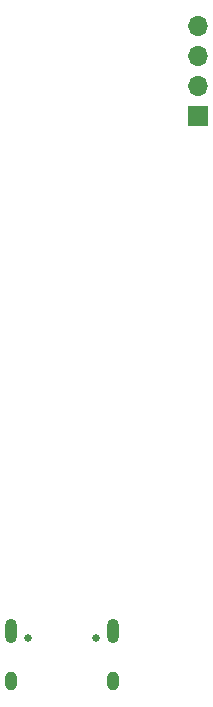
<source format=gbr>
%TF.GenerationSoftware,KiCad,Pcbnew,8.0.8*%
%TF.CreationDate,2025-02-15T17:25:52+01:00*%
%TF.ProjectId,Weathernode,57656174-6865-4726-9e6f-64652e6b6963,rev?*%
%TF.SameCoordinates,Original*%
%TF.FileFunction,Soldermask,Bot*%
%TF.FilePolarity,Negative*%
%FSLAX46Y46*%
G04 Gerber Fmt 4.6, Leading zero omitted, Abs format (unit mm)*
G04 Created by KiCad (PCBNEW 8.0.8) date 2025-02-15 17:25:52*
%MOMM*%
%LPD*%
G01*
G04 APERTURE LIST*
%ADD10C,0.650000*%
%ADD11O,1.000000X2.100000*%
%ADD12O,1.000000X1.600000*%
%ADD13R,1.700000X1.700000*%
%ADD14O,1.700000X1.700000*%
G04 APERTURE END LIST*
D10*
%TO.C,J2*%
X90740000Y-92904000D03*
X96520000Y-92904000D03*
D11*
X89310000Y-92374000D03*
D12*
X89310000Y-96554000D03*
D11*
X97950000Y-92374000D03*
D12*
X97950000Y-96554000D03*
%TD*%
D13*
%TO.C,BMP280*%
X105156000Y-48768000D03*
D14*
X105156000Y-46228000D03*
X105156000Y-43688000D03*
X105156000Y-41148000D03*
%TD*%
M02*

</source>
